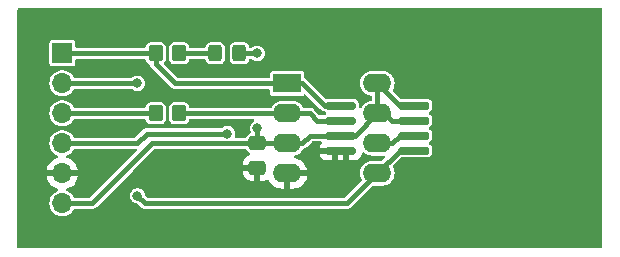
<source format=gtl>
G04 #@! TF.GenerationSoftware,KiCad,Pcbnew,7.0.1*
G04 #@! TF.CreationDate,2023-03-31T23:09:54+02:00*
G04 #@! TF.ProjectId,PMOD SPI Memory,504d4f44-2053-4504-9920-4d656d6f7279,V1.0*
G04 #@! TF.SameCoordinates,Original*
G04 #@! TF.FileFunction,Copper,L1,Top*
G04 #@! TF.FilePolarity,Positive*
%FSLAX46Y46*%
G04 Gerber Fmt 4.6, Leading zero omitted, Abs format (unit mm)*
G04 Created by KiCad (PCBNEW 7.0.1) date 2023-03-31 23:09:54*
%MOMM*%
%LPD*%
G01*
G04 APERTURE LIST*
G04 Aperture macros list*
%AMRoundRect*
0 Rectangle with rounded corners*
0 $1 Rounding radius*
0 $2 $3 $4 $5 $6 $7 $8 $9 X,Y pos of 4 corners*
0 Add a 4 corners polygon primitive as box body*
4,1,4,$2,$3,$4,$5,$6,$7,$8,$9,$2,$3,0*
0 Add four circle primitives for the rounded corners*
1,1,$1+$1,$2,$3*
1,1,$1+$1,$4,$5*
1,1,$1+$1,$6,$7*
1,1,$1+$1,$8,$9*
0 Add four rect primitives between the rounded corners*
20,1,$1+$1,$2,$3,$4,$5,0*
20,1,$1+$1,$4,$5,$6,$7,0*
20,1,$1+$1,$6,$7,$8,$9,0*
20,1,$1+$1,$8,$9,$2,$3,0*%
G04 Aperture macros list end*
G04 #@! TA.AperFunction,SMDPad,CuDef*
%ADD10RoundRect,0.150000X-0.650000X-0.150000X0.650000X-0.150000X0.650000X0.150000X-0.650000X0.150000X0*%
G04 #@! TD*
G04 #@! TA.AperFunction,SMDPad,CuDef*
%ADD11RoundRect,0.150000X-0.675000X-0.150000X0.675000X-0.150000X0.675000X0.150000X-0.675000X0.150000X0*%
G04 #@! TD*
G04 #@! TA.AperFunction,ComponentPad*
%ADD12O,2.400000X1.600000*%
G04 #@! TD*
G04 #@! TA.AperFunction,ComponentPad*
%ADD13R,2.400000X1.600000*%
G04 #@! TD*
G04 #@! TA.AperFunction,SMDPad,CuDef*
%ADD14RoundRect,0.250000X-0.350000X-0.450000X0.350000X-0.450000X0.350000X0.450000X-0.350000X0.450000X0*%
G04 #@! TD*
G04 #@! TA.AperFunction,SMDPad,CuDef*
%ADD15RoundRect,0.250000X-0.475000X0.337500X-0.475000X-0.337500X0.475000X-0.337500X0.475000X0.337500X0*%
G04 #@! TD*
G04 #@! TA.AperFunction,ComponentPad*
%ADD16R,1.700000X1.700000*%
G04 #@! TD*
G04 #@! TA.AperFunction,ComponentPad*
%ADD17O,1.700000X1.700000*%
G04 #@! TD*
G04 #@! TA.AperFunction,SMDPad,CuDef*
%ADD18RoundRect,0.250000X-0.325000X-0.450000X0.325000X-0.450000X0.325000X0.450000X-0.325000X0.450000X0*%
G04 #@! TD*
G04 #@! TA.AperFunction,SMDPad,CuDef*
%ADD19RoundRect,0.250000X0.350000X0.450000X-0.350000X0.450000X-0.350000X-0.450000X0.350000X-0.450000X0*%
G04 #@! TD*
G04 #@! TA.AperFunction,ViaPad*
%ADD20C,0.800000*%
G04 #@! TD*
G04 #@! TA.AperFunction,Conductor*
%ADD21C,0.440000*%
G04 #@! TD*
G04 APERTURE END LIST*
D10*
X131876800Y-106045000D03*
D11*
X130895000Y-106045000D03*
D12*
X128270000Y-104140000D03*
D10*
X131876800Y-107315000D03*
D11*
X130895000Y-107315000D03*
D12*
X128270000Y-106680000D03*
D10*
X131876800Y-108585000D03*
D11*
X130895000Y-108585000D03*
D12*
X128270000Y-109220000D03*
D10*
X131876800Y-109855000D03*
D11*
X130895000Y-109855000D03*
D12*
X128270000Y-111760000D03*
D11*
X125645000Y-109855000D03*
D10*
X124676800Y-109855000D03*
D12*
X120650000Y-111760000D03*
D11*
X125645000Y-108585000D03*
D10*
X124676800Y-108585000D03*
D12*
X120650000Y-109220000D03*
D11*
X125645000Y-107315000D03*
D10*
X124676800Y-107315000D03*
D12*
X120650000Y-106680000D03*
D11*
X125645000Y-106045000D03*
D10*
X124676800Y-106045000D03*
D13*
X120650000Y-104140000D03*
D14*
X109490000Y-106680000D03*
X111490000Y-106680000D03*
D15*
X118110000Y-111295000D03*
X118110000Y-109220000D03*
D16*
X101600000Y-101600000D03*
D17*
X101600000Y-104140000D03*
X101600000Y-106680000D03*
X101600000Y-109220000D03*
X101600000Y-111760000D03*
X101600000Y-114300000D03*
D18*
X114545000Y-101600000D03*
X116595000Y-101600000D03*
D19*
X109490000Y-101600000D03*
X111490000Y-101600000D03*
D20*
X115570000Y-108400500D03*
X118110000Y-107950000D03*
X118110000Y-101600000D03*
X107950000Y-104140000D03*
X107950000Y-113665000D03*
D21*
X125730000Y-114300000D02*
X128270000Y-111760000D01*
X108585000Y-114300000D02*
X125730000Y-114300000D01*
X107950000Y-113665000D02*
X108585000Y-114300000D01*
X118110000Y-107950000D02*
X118110000Y-109220000D01*
X111125000Y-104140000D02*
X120650000Y-104140000D01*
X111490000Y-106680000D02*
X120650000Y-106680000D01*
X116595000Y-101600000D02*
X118110000Y-101600000D01*
X109220000Y-109220000D02*
X118110000Y-109220000D01*
X107950000Y-109220000D02*
X101600000Y-109220000D01*
X108769500Y-108400500D02*
X107950000Y-109220000D01*
X115570000Y-108400500D02*
X108769500Y-108400500D01*
X101600000Y-114300000D02*
X104140000Y-114300000D01*
X104140000Y-114300000D02*
X109220000Y-109220000D01*
X111125000Y-104140000D02*
X109490000Y-102505000D01*
X109490000Y-102505000D02*
X109490000Y-101600000D01*
X101600000Y-101600000D02*
X109490000Y-101600000D01*
X128270000Y-104140000D02*
X128270000Y-106680000D01*
X107950000Y-104140000D02*
X101600000Y-104140000D01*
X130175000Y-106045000D02*
X130895000Y-106045000D01*
X128270000Y-104140000D02*
X130175000Y-106045000D01*
X129540000Y-107315000D02*
X130895000Y-107315000D01*
X128905000Y-106680000D02*
X129540000Y-107315000D01*
X128270000Y-106680000D02*
X128905000Y-106680000D01*
X130175000Y-108585000D02*
X129540000Y-109220000D01*
X129540000Y-109220000D02*
X128270000Y-109220000D01*
X130895000Y-108585000D02*
X130175000Y-108585000D01*
X130175000Y-109855000D02*
X130895000Y-109855000D01*
X128270000Y-111760000D02*
X130175000Y-109855000D01*
X121920000Y-104140000D02*
X123825000Y-106045000D01*
X123825000Y-106045000D02*
X124676800Y-106045000D01*
X120650000Y-104140000D02*
X121920000Y-104140000D01*
X123190000Y-107315000D02*
X124676800Y-107315000D01*
X122555000Y-106680000D02*
X123190000Y-107315000D01*
X120650000Y-106680000D02*
X122555000Y-106680000D01*
X125645000Y-108585000D02*
X126365000Y-108585000D01*
X126365000Y-108585000D02*
X128270000Y-106680000D01*
X122555000Y-108585000D02*
X124676800Y-108585000D01*
X121920000Y-109220000D02*
X122555000Y-108585000D01*
X120650000Y-109220000D02*
X121920000Y-109220000D01*
X118110000Y-109220000D02*
X120650000Y-109220000D01*
X111490000Y-101600000D02*
X114545000Y-101600000D01*
X101600000Y-106680000D02*
X109490000Y-106680000D01*
G04 #@! TA.AperFunction,Conductor*
G36*
X147257500Y-97807113D02*
G01*
X147302887Y-97852500D01*
X147319500Y-97914500D01*
X147319500Y-117985500D01*
X147302887Y-118047500D01*
X147257500Y-118092887D01*
X147195500Y-118109500D01*
X97914500Y-118109500D01*
X97852500Y-118092887D01*
X97807113Y-118047500D01*
X97790500Y-117985500D01*
X97790500Y-112010000D01*
X100269364Y-112010000D01*
X100326569Y-112223492D01*
X100426399Y-112437576D01*
X100561893Y-112631081D01*
X100728918Y-112798106D01*
X100922423Y-112933600D01*
X101136508Y-113033430D01*
X101175584Y-113043901D01*
X101229261Y-113074125D01*
X101261771Y-113126449D01*
X101265090Y-113187961D01*
X101238399Y-113243479D01*
X101188285Y-113279303D01*
X101107360Y-113310653D01*
X100933958Y-113418018D01*
X100783236Y-113555419D01*
X100660324Y-113718181D01*
X100569418Y-113900748D01*
X100513602Y-114096916D01*
X100494785Y-114299999D01*
X100513602Y-114503083D01*
X100569418Y-114699251D01*
X100660324Y-114881818D01*
X100783236Y-115044580D01*
X100933958Y-115181981D01*
X101107361Y-115289347D01*
X101107363Y-115289348D01*
X101297544Y-115363024D01*
X101498024Y-115400500D01*
X101701974Y-115400500D01*
X101701976Y-115400500D01*
X101902456Y-115363024D01*
X102092637Y-115289348D01*
X102266041Y-115181981D01*
X102416764Y-115044579D01*
X102539673Y-114881821D01*
X102539673Y-114881819D01*
X102539675Y-114881818D01*
X102560882Y-114839229D01*
X102606604Y-114789073D01*
X102671882Y-114770500D01*
X104076091Y-114770500D01*
X104102448Y-114773333D01*
X104106090Y-114774126D01*
X104106090Y-114774125D01*
X104106091Y-114774126D01*
X104152374Y-114770816D01*
X104161220Y-114770500D01*
X104173644Y-114770500D01*
X104173648Y-114770500D01*
X104185964Y-114768728D01*
X104194746Y-114767784D01*
X104241041Y-114764475D01*
X104244541Y-114763169D01*
X104270225Y-114756613D01*
X104273918Y-114756083D01*
X104316144Y-114736797D01*
X104324292Y-114733422D01*
X104367805Y-114717194D01*
X104370789Y-114714959D01*
X104393595Y-114701429D01*
X104393773Y-114701347D01*
X104396987Y-114699880D01*
X104432087Y-114669464D01*
X104438950Y-114663934D01*
X104448901Y-114656486D01*
X104457680Y-114647705D01*
X104464143Y-114641687D01*
X104499236Y-114611280D01*
X104501251Y-114608143D01*
X104517885Y-114587500D01*
X107560386Y-111545000D01*
X116885001Y-111545000D01*
X116885001Y-111682479D01*
X116895493Y-111785195D01*
X116950642Y-111951622D01*
X117042683Y-112100845D01*
X117166654Y-112224816D01*
X117315877Y-112316857D01*
X117482303Y-112372006D01*
X117585021Y-112382500D01*
X117860000Y-112382500D01*
X117860000Y-111545000D01*
X116885001Y-111545000D01*
X107560386Y-111545000D01*
X109378568Y-109726819D01*
X109418797Y-109699939D01*
X109466250Y-109690500D01*
X117064331Y-109690500D01*
X117113143Y-109700512D01*
X117154074Y-109728930D01*
X117180512Y-109771164D01*
X117191204Y-109799831D01*
X117277454Y-109915046D01*
X117392669Y-110001296D01*
X117412470Y-110008681D01*
X117462289Y-110043018D01*
X117489929Y-110096841D01*
X117488809Y-110157336D01*
X117459197Y-110210099D01*
X117408141Y-110242569D01*
X117315877Y-110273142D01*
X117166654Y-110365183D01*
X117042683Y-110489154D01*
X116950642Y-110638377D01*
X116895493Y-110804803D01*
X116885000Y-110907521D01*
X116885000Y-111045000D01*
X118236000Y-111045000D01*
X118298000Y-111061613D01*
X118343387Y-111107000D01*
X118360000Y-111169000D01*
X118360000Y-112382499D01*
X118634979Y-112382499D01*
X118737695Y-112372006D01*
X118904120Y-112316858D01*
X118918447Y-112308021D01*
X118984747Y-112289563D01*
X119050678Y-112309300D01*
X119095930Y-112361152D01*
X119119865Y-112412480D01*
X119250341Y-112598819D01*
X119411180Y-112759658D01*
X119597519Y-112890134D01*
X119803673Y-112986266D01*
X120023397Y-113045141D01*
X120193235Y-113060000D01*
X120400000Y-113060000D01*
X120400000Y-112010000D01*
X120900000Y-112010000D01*
X120900000Y-113060000D01*
X121106765Y-113060000D01*
X121276602Y-113045141D01*
X121496326Y-112986266D01*
X121702480Y-112890134D01*
X121888819Y-112759658D01*
X122049658Y-112598819D01*
X122180134Y-112412480D01*
X122276266Y-112206326D01*
X122328872Y-112010000D01*
X120900000Y-112010000D01*
X120400000Y-112010000D01*
X120400000Y-111634000D01*
X120416613Y-111572000D01*
X120462000Y-111526613D01*
X120524000Y-111510000D01*
X122328872Y-111510000D01*
X122328871Y-111509999D01*
X122276266Y-111313673D01*
X122180134Y-111107519D01*
X122049658Y-110921180D01*
X121888819Y-110760341D01*
X121702480Y-110629865D01*
X121496326Y-110533733D01*
X121300742Y-110481326D01*
X121245730Y-110449804D01*
X121213491Y-110395209D01*
X121212454Y-110331815D01*
X121242890Y-110276195D01*
X121296837Y-110242892D01*
X121453954Y-110195232D01*
X121622765Y-110105000D01*
X123379504Y-110105000D01*
X123379700Y-110107488D01*
X123425519Y-110265200D01*
X123509117Y-110406557D01*
X123625242Y-110522682D01*
X123766602Y-110606282D01*
X123924306Y-110652099D01*
X123961161Y-110655000D01*
X124426800Y-110655000D01*
X124426800Y-110105000D01*
X123379504Y-110105000D01*
X121622765Y-110105000D01*
X121636450Y-110097685D01*
X121796410Y-109966410D01*
X121927685Y-109806450D01*
X121963075Y-109740239D01*
X122001259Y-109697155D01*
X122050305Y-109677732D01*
X122053914Y-109676083D01*
X122053918Y-109676083D01*
X122096144Y-109656797D01*
X122104292Y-109653422D01*
X122147805Y-109637194D01*
X122150789Y-109634959D01*
X122173595Y-109621429D01*
X122173773Y-109621347D01*
X122176987Y-109619880D01*
X122212087Y-109589464D01*
X122218950Y-109583934D01*
X122228901Y-109576486D01*
X122237680Y-109567705D01*
X122244143Y-109561687D01*
X122279236Y-109531280D01*
X122281251Y-109528143D01*
X122297881Y-109507504D01*
X122713571Y-109091816D01*
X122753797Y-109064939D01*
X122801250Y-109055500D01*
X123457698Y-109055500D01*
X123513993Y-109069015D01*
X123558016Y-109106615D01*
X123580171Y-109160102D01*
X123575629Y-109217818D01*
X123545379Y-109267181D01*
X123509117Y-109303442D01*
X123425519Y-109444799D01*
X123379700Y-109602511D01*
X123379504Y-109604999D01*
X123379505Y-109605000D01*
X124802800Y-109605000D01*
X124864800Y-109621613D01*
X124910187Y-109667000D01*
X124926800Y-109729000D01*
X124926800Y-110655000D01*
X125395000Y-110655000D01*
X125395000Y-109729000D01*
X125411613Y-109667000D01*
X125457000Y-109621613D01*
X125519000Y-109605000D01*
X125771000Y-109605000D01*
X125833000Y-109621613D01*
X125878387Y-109667000D01*
X125895000Y-109729000D01*
X125895000Y-110655000D01*
X126385639Y-110655000D01*
X126422493Y-110652099D01*
X126580197Y-110606282D01*
X126721557Y-110522682D01*
X126837682Y-110406557D01*
X126921282Y-110265197D01*
X126967099Y-110107493D01*
X126968384Y-110091170D01*
X126991327Y-110028507D01*
X127043426Y-109986809D01*
X127109594Y-109978152D01*
X127170665Y-110005043D01*
X127283550Y-110097685D01*
X127466046Y-110195232D01*
X127664066Y-110255300D01*
X127818392Y-110270500D01*
X128721606Y-110270500D01*
X128721608Y-110270500D01*
X128789923Y-110263771D01*
X128849527Y-110272613D01*
X128897928Y-110308509D01*
X128923692Y-110362982D01*
X128920736Y-110423169D01*
X128889756Y-110474855D01*
X128691429Y-110673183D01*
X128651204Y-110700061D01*
X128603751Y-110709500D01*
X127818392Y-110709500D01*
X127803192Y-110710996D01*
X127664067Y-110724699D01*
X127466043Y-110784769D01*
X127283551Y-110882314D01*
X127123589Y-111013589D01*
X126992314Y-111173551D01*
X126894769Y-111356043D01*
X126834699Y-111554067D01*
X126814417Y-111759999D01*
X126834699Y-111965932D01*
X126894769Y-112163956D01*
X126957966Y-112282188D01*
X126972342Y-112332531D01*
X126964660Y-112384320D01*
X126936289Y-112428322D01*
X125571432Y-113793181D01*
X125531204Y-113820061D01*
X125483751Y-113829500D01*
X108831250Y-113829500D01*
X108783798Y-113820061D01*
X108743571Y-113793183D01*
X108634134Y-113683746D01*
X108610331Y-113650352D01*
X108598722Y-113611014D01*
X108586237Y-113508182D01*
X108530220Y-113360477D01*
X108474190Y-113279303D01*
X108440484Y-113230471D01*
X108440483Y-113230470D01*
X108322240Y-113125717D01*
X108308994Y-113118765D01*
X108182364Y-113052303D01*
X108028985Y-113014500D01*
X107871015Y-113014500D01*
X107717635Y-113052303D01*
X107577761Y-113125716D01*
X107459515Y-113230471D01*
X107369780Y-113360476D01*
X107313763Y-113508181D01*
X107294721Y-113665000D01*
X107313763Y-113821818D01*
X107369780Y-113969523D01*
X107459515Y-114099528D01*
X107459516Y-114099529D01*
X107459517Y-114099530D01*
X107577760Y-114204283D01*
X107717635Y-114277696D01*
X107871015Y-114315500D01*
X107883750Y-114315500D01*
X107931203Y-114324939D01*
X107971431Y-114351819D01*
X108207113Y-114587501D01*
X108223745Y-114608138D01*
X108225764Y-114611280D01*
X108260836Y-114641670D01*
X108267317Y-114647705D01*
X108276094Y-114656483D01*
X108276097Y-114656485D01*
X108276099Y-114656487D01*
X108286056Y-114663940D01*
X108292934Y-114669484D01*
X108328013Y-114699880D01*
X108331409Y-114701430D01*
X108354202Y-114714953D01*
X108357195Y-114717194D01*
X108400684Y-114733414D01*
X108408850Y-114736796D01*
X108451082Y-114756083D01*
X108454778Y-114756614D01*
X108480459Y-114763169D01*
X108483960Y-114764475D01*
X108530262Y-114767786D01*
X108539058Y-114768732D01*
X108551352Y-114770500D01*
X108563771Y-114770500D01*
X108572616Y-114770815D01*
X108618910Y-114774127D01*
X108622561Y-114773333D01*
X108648916Y-114770500D01*
X125666091Y-114770500D01*
X125692448Y-114773333D01*
X125696090Y-114774126D01*
X125696090Y-114774125D01*
X125696091Y-114774126D01*
X125742374Y-114770816D01*
X125751220Y-114770500D01*
X125763644Y-114770500D01*
X125763648Y-114770500D01*
X125775964Y-114768728D01*
X125784746Y-114767784D01*
X125831041Y-114764475D01*
X125834541Y-114763169D01*
X125860225Y-114756613D01*
X125863918Y-114756083D01*
X125906144Y-114736797D01*
X125914292Y-114733422D01*
X125957805Y-114717194D01*
X125960789Y-114714959D01*
X125983595Y-114701429D01*
X125983773Y-114701347D01*
X125986987Y-114699880D01*
X126022087Y-114669464D01*
X126028950Y-114663934D01*
X126038901Y-114656486D01*
X126047680Y-114647705D01*
X126054143Y-114641687D01*
X126089236Y-114611280D01*
X126091251Y-114608143D01*
X126107885Y-114587500D01*
X127848567Y-112846819D01*
X127888796Y-112819939D01*
X127936249Y-112810500D01*
X128721607Y-112810500D01*
X128721608Y-112810500D01*
X128875934Y-112795300D01*
X129073954Y-112735232D01*
X129256450Y-112637685D01*
X129416410Y-112506410D01*
X129547685Y-112346450D01*
X129645232Y-112163954D01*
X129705300Y-111965934D01*
X129725583Y-111760000D01*
X129705300Y-111554066D01*
X129645232Y-111356046D01*
X129582033Y-111237810D01*
X129567657Y-111187467D01*
X129575339Y-111135678D01*
X129603708Y-111091678D01*
X130253568Y-110441817D01*
X130293796Y-110414938D01*
X130341249Y-110405499D01*
X131195276Y-110405499D01*
X131195281Y-110405500D01*
X132558318Y-110405499D01*
X132652104Y-110390646D01*
X132765142Y-110333050D01*
X132854850Y-110243342D01*
X132912446Y-110130304D01*
X132927300Y-110036519D01*
X132927299Y-109673482D01*
X132912446Y-109579696D01*
X132875657Y-109507494D01*
X132854850Y-109466657D01*
X132765143Y-109376950D01*
X132673949Y-109330484D01*
X132624516Y-109284788D01*
X132606244Y-109219998D01*
X132624517Y-109155208D01*
X132673947Y-109109515D01*
X132765142Y-109063050D01*
X132854850Y-108973342D01*
X132912446Y-108860304D01*
X132927300Y-108766519D01*
X132927299Y-108403482D01*
X132912446Y-108309696D01*
X132875567Y-108237317D01*
X132854850Y-108196657D01*
X132765143Y-108106950D01*
X132673949Y-108060484D01*
X132624516Y-108014788D01*
X132606244Y-107949998D01*
X132624517Y-107885208D01*
X132673947Y-107839515D01*
X132765142Y-107793050D01*
X132854850Y-107703342D01*
X132912446Y-107590304D01*
X132927300Y-107496519D01*
X132927299Y-107133482D01*
X132912446Y-107039696D01*
X132884765Y-106985370D01*
X132854850Y-106926657D01*
X132765143Y-106836950D01*
X132673949Y-106790484D01*
X132624516Y-106744788D01*
X132606244Y-106679998D01*
X132624517Y-106615208D01*
X132673947Y-106569515D01*
X132765142Y-106523050D01*
X132854850Y-106433342D01*
X132912446Y-106320304D01*
X132927300Y-106226519D01*
X132927299Y-105863482D01*
X132912446Y-105769696D01*
X132872171Y-105690652D01*
X132854850Y-105656657D01*
X132765143Y-105566950D01*
X132652102Y-105509353D01*
X132558321Y-105494500D01*
X132558319Y-105494500D01*
X131601523Y-105494500D01*
X131601519Y-105494500D01*
X130341250Y-105494500D01*
X130293797Y-105485061D01*
X130253569Y-105458181D01*
X129603710Y-104808322D01*
X129575339Y-104764320D01*
X129567657Y-104712530D01*
X129582031Y-104662193D01*
X129645232Y-104543954D01*
X129705300Y-104345934D01*
X129725583Y-104140000D01*
X129705300Y-103934066D01*
X129645232Y-103736046D01*
X129547685Y-103553550D01*
X129417913Y-103395421D01*
X129416410Y-103393589D01*
X129318952Y-103313609D01*
X129256450Y-103262315D01*
X129073954Y-103164768D01*
X128974943Y-103134733D01*
X128875932Y-103104699D01*
X128738467Y-103091160D01*
X128721608Y-103089500D01*
X127818392Y-103089500D01*
X127803192Y-103090996D01*
X127664067Y-103104699D01*
X127466043Y-103164769D01*
X127283551Y-103262314D01*
X127123589Y-103393589D01*
X126992314Y-103553551D01*
X126894769Y-103736043D01*
X126834699Y-103934067D01*
X126814417Y-104140000D01*
X126834699Y-104345932D01*
X126834700Y-104345934D01*
X126893532Y-104539880D01*
X126894769Y-104543956D01*
X126900650Y-104554959D01*
X126992315Y-104726450D01*
X127023394Y-104764320D01*
X127123589Y-104886410D01*
X127203570Y-104952047D01*
X127283550Y-105017685D01*
X127466046Y-105115232D01*
X127664066Y-105175300D01*
X127687653Y-105177623D01*
X127744390Y-105197923D01*
X127784858Y-105242573D01*
X127799500Y-105301026D01*
X127799500Y-105518974D01*
X127784858Y-105577427D01*
X127744390Y-105622077D01*
X127687653Y-105642376D01*
X127685256Y-105642612D01*
X127664067Y-105644699D01*
X127466043Y-105704769D01*
X127283551Y-105802314D01*
X127123589Y-105933589D01*
X126992316Y-106093548D01*
X126953857Y-106165499D01*
X126909288Y-106212772D01*
X126846933Y-106231020D01*
X126783909Y-106215233D01*
X126737520Y-106169745D01*
X126720499Y-106107046D01*
X126720499Y-105863482D01*
X126705646Y-105769696D01*
X126665371Y-105690652D01*
X126648050Y-105656657D01*
X126558343Y-105566950D01*
X126445302Y-105509353D01*
X126351521Y-105494500D01*
X126351519Y-105494500D01*
X125358323Y-105494500D01*
X125358319Y-105494500D01*
X123991250Y-105494500D01*
X123943797Y-105485061D01*
X123903569Y-105458181D01*
X122297888Y-103852501D01*
X122281254Y-103831860D01*
X122279236Y-103828720D01*
X122244154Y-103798321D01*
X122237674Y-103792287D01*
X122228904Y-103783517D01*
X122228901Y-103783514D01*
X122218951Y-103776065D01*
X122212070Y-103770520D01*
X122176987Y-103740120D01*
X122173585Y-103738566D01*
X122150705Y-103724977D01*
X122150099Y-103724523D01*
X122113591Y-103680778D01*
X122100500Y-103625324D01*
X122100500Y-103315325D01*
X122089101Y-103258019D01*
X122085966Y-103242260D01*
X122030601Y-103159399D01*
X121947740Y-103104034D01*
X121947739Y-103104033D01*
X121947738Y-103104033D01*
X121874675Y-103089500D01*
X121874674Y-103089500D01*
X119425326Y-103089500D01*
X119425325Y-103089500D01*
X119352261Y-103104033D01*
X119269399Y-103159399D01*
X119214033Y-103242261D01*
X119199500Y-103315325D01*
X119199500Y-103545500D01*
X119182887Y-103607500D01*
X119137500Y-103652887D01*
X119075500Y-103669500D01*
X111371249Y-103669500D01*
X111323796Y-103660061D01*
X111283568Y-103633181D01*
X110213752Y-102563365D01*
X110183321Y-102513440D01*
X110179150Y-102455120D01*
X110202164Y-102401376D01*
X110283796Y-102292331D01*
X110334091Y-102157483D01*
X110340500Y-102097873D01*
X110340500Y-102097869D01*
X110639500Y-102097869D01*
X110645230Y-102151167D01*
X110645909Y-102157483D01*
X110696204Y-102292331D01*
X110782454Y-102407546D01*
X110897669Y-102493796D01*
X111032517Y-102544091D01*
X111092127Y-102550500D01*
X111887872Y-102550499D01*
X111947483Y-102544091D01*
X112082331Y-102493796D01*
X112197546Y-102407546D01*
X112283796Y-102292331D01*
X112334091Y-102157483D01*
X112334090Y-102157483D01*
X112336447Y-102151167D01*
X112362886Y-102108930D01*
X112403816Y-102080512D01*
X112452629Y-102070500D01*
X113607371Y-102070500D01*
X113656184Y-102080512D01*
X113697114Y-102108930D01*
X113723553Y-102151167D01*
X113725909Y-102157483D01*
X113776204Y-102292331D01*
X113862454Y-102407546D01*
X113977669Y-102493796D01*
X114112517Y-102544091D01*
X114172127Y-102550500D01*
X114917872Y-102550499D01*
X114977483Y-102544091D01*
X115112331Y-102493796D01*
X115227546Y-102407546D01*
X115313796Y-102292331D01*
X115364091Y-102157483D01*
X115370500Y-102097873D01*
X115370500Y-102097869D01*
X115769500Y-102097869D01*
X115775230Y-102151167D01*
X115775909Y-102157483D01*
X115826204Y-102292331D01*
X115912454Y-102407546D01*
X116027669Y-102493796D01*
X116162517Y-102544091D01*
X116222127Y-102550500D01*
X116967872Y-102550499D01*
X117027483Y-102544091D01*
X117162331Y-102493796D01*
X117277546Y-102407546D01*
X117363796Y-102292331D01*
X117414091Y-102157483D01*
X117414090Y-102157483D01*
X117416447Y-102151167D01*
X117442886Y-102108930D01*
X117483816Y-102080512D01*
X117532629Y-102070500D01*
X117613092Y-102070500D01*
X117657062Y-102078558D01*
X117695317Y-102101683D01*
X117727456Y-102130154D01*
X117737760Y-102139283D01*
X117877635Y-102212696D01*
X118031015Y-102250500D01*
X118188985Y-102250500D01*
X118342365Y-102212696D01*
X118482240Y-102139283D01*
X118600483Y-102034530D01*
X118690220Y-101904523D01*
X118746237Y-101756818D01*
X118765278Y-101600000D01*
X118746237Y-101443182D01*
X118690220Y-101295477D01*
X118600483Y-101165470D01*
X118482240Y-101060717D01*
X118447561Y-101042516D01*
X118342364Y-100987303D01*
X118188985Y-100949500D01*
X118031015Y-100949500D01*
X117877635Y-100987303D01*
X117737758Y-101060718D01*
X117695317Y-101098317D01*
X117657062Y-101121442D01*
X117613092Y-101129500D01*
X117532629Y-101129500D01*
X117483816Y-101119488D01*
X117442886Y-101091070D01*
X117416447Y-101048833D01*
X117404713Y-101017374D01*
X117363796Y-100907669D01*
X117277546Y-100792454D01*
X117162331Y-100706204D01*
X117027483Y-100655909D01*
X116967873Y-100649500D01*
X116967869Y-100649500D01*
X116222130Y-100649500D01*
X116162515Y-100655909D01*
X116027669Y-100706204D01*
X115912454Y-100792454D01*
X115826204Y-100907668D01*
X115775909Y-101042516D01*
X115769500Y-101102130D01*
X115769500Y-102097869D01*
X115370500Y-102097869D01*
X115370499Y-101102128D01*
X115364091Y-101042517D01*
X115313796Y-100907669D01*
X115227546Y-100792454D01*
X115112331Y-100706204D01*
X114977483Y-100655909D01*
X114917873Y-100649500D01*
X114917869Y-100649500D01*
X114172130Y-100649500D01*
X114112515Y-100655909D01*
X113977669Y-100706204D01*
X113862454Y-100792454D01*
X113776204Y-100907669D01*
X113723553Y-101048833D01*
X113697114Y-101091070D01*
X113656184Y-101119488D01*
X113607371Y-101129500D01*
X112452629Y-101129500D01*
X112403816Y-101119488D01*
X112362886Y-101091070D01*
X112336447Y-101048833D01*
X112324713Y-101017374D01*
X112283796Y-100907669D01*
X112197546Y-100792454D01*
X112082331Y-100706204D01*
X111947483Y-100655909D01*
X111887873Y-100649500D01*
X111887869Y-100649500D01*
X111092130Y-100649500D01*
X111032515Y-100655909D01*
X110897669Y-100706204D01*
X110782454Y-100792454D01*
X110696204Y-100907668D01*
X110645909Y-101042516D01*
X110639500Y-101102130D01*
X110639500Y-102097869D01*
X110340500Y-102097869D01*
X110340499Y-101102128D01*
X110334091Y-101042517D01*
X110283796Y-100907669D01*
X110197546Y-100792454D01*
X110082331Y-100706204D01*
X109947483Y-100655909D01*
X109887873Y-100649500D01*
X109887869Y-100649500D01*
X109092130Y-100649500D01*
X109032515Y-100655909D01*
X108897669Y-100706204D01*
X108782454Y-100792454D01*
X108696204Y-100907669D01*
X108643553Y-101048833D01*
X108617114Y-101091070D01*
X108576184Y-101119488D01*
X108527371Y-101129500D01*
X102824500Y-101129500D01*
X102762500Y-101112887D01*
X102717113Y-101067500D01*
X102700500Y-101005500D01*
X102700500Y-100725325D01*
X102685966Y-100652261D01*
X102685966Y-100652260D01*
X102630601Y-100569399D01*
X102547740Y-100514034D01*
X102547739Y-100514033D01*
X102547738Y-100514033D01*
X102474675Y-100499500D01*
X102474674Y-100499500D01*
X100725326Y-100499500D01*
X100725325Y-100499500D01*
X100652261Y-100514033D01*
X100569399Y-100569399D01*
X100514033Y-100652261D01*
X100499500Y-100725325D01*
X100499500Y-102474675D01*
X100514033Y-102547738D01*
X100514033Y-102547739D01*
X100514034Y-102547740D01*
X100569399Y-102630601D01*
X100652260Y-102685966D01*
X100688792Y-102693232D01*
X100725325Y-102700500D01*
X100725326Y-102700500D01*
X102474674Y-102700500D01*
X102474675Y-102700500D01*
X102499029Y-102695655D01*
X102547740Y-102685966D01*
X102630601Y-102630601D01*
X102685966Y-102547740D01*
X102700500Y-102474674D01*
X102700500Y-102194500D01*
X102717113Y-102132500D01*
X102762500Y-102087113D01*
X102824500Y-102070500D01*
X108527371Y-102070500D01*
X108576184Y-102080512D01*
X108617114Y-102108930D01*
X108643553Y-102151167D01*
X108645909Y-102157483D01*
X108696204Y-102292331D01*
X108782454Y-102407546D01*
X108897669Y-102493796D01*
X108946115Y-102511865D01*
X109002045Y-102553731D01*
X109015814Y-102590638D01*
X109019297Y-102589340D01*
X109026832Y-102609545D01*
X109033385Y-102635218D01*
X109033917Y-102638917D01*
X109053196Y-102681132D01*
X109056584Y-102689312D01*
X109072805Y-102732804D01*
X109075043Y-102735794D01*
X109088566Y-102758585D01*
X109090120Y-102761987D01*
X109120520Y-102797070D01*
X109126065Y-102803951D01*
X109133514Y-102813901D01*
X109133516Y-102813903D01*
X109133517Y-102813904D01*
X109142287Y-102822674D01*
X109148321Y-102829154D01*
X109178720Y-102864236D01*
X109181860Y-102866254D01*
X109202501Y-102882888D01*
X110747110Y-104427497D01*
X110763741Y-104448134D01*
X110765762Y-104451279D01*
X110800844Y-104481678D01*
X110807322Y-104487709D01*
X110816098Y-104496485D01*
X110826031Y-104503921D01*
X110832923Y-104509474D01*
X110868013Y-104539880D01*
X110870337Y-104540941D01*
X110871411Y-104541432D01*
X110894207Y-104554957D01*
X110897195Y-104557194D01*
X110940686Y-104573414D01*
X110948855Y-104576799D01*
X110985178Y-104593386D01*
X110991082Y-104596083D01*
X110994776Y-104596614D01*
X111020458Y-104603170D01*
X111023957Y-104604475D01*
X111036232Y-104605352D01*
X111070255Y-104607785D01*
X111079032Y-104608728D01*
X111091352Y-104610500D01*
X111103780Y-104610500D01*
X111112626Y-104610816D01*
X111158908Y-104614126D01*
X111158908Y-104614125D01*
X111158910Y-104614126D01*
X111162551Y-104613333D01*
X111188909Y-104610500D01*
X119075500Y-104610500D01*
X119137500Y-104627113D01*
X119182887Y-104672500D01*
X119199500Y-104734500D01*
X119199500Y-104964675D01*
X119214033Y-105037738D01*
X119214033Y-105037739D01*
X119214034Y-105037740D01*
X119269399Y-105120601D01*
X119352260Y-105175966D01*
X119388793Y-105183233D01*
X119425325Y-105190500D01*
X119425326Y-105190500D01*
X121874674Y-105190500D01*
X121874675Y-105190500D01*
X121899029Y-105185655D01*
X121947740Y-105175966D01*
X122030601Y-105120601D01*
X122030602Y-105120598D01*
X122034411Y-105118054D01*
X122067966Y-105086108D01*
X122119561Y-105069062D01*
X122173490Y-105075713D01*
X122219396Y-105104783D01*
X122844112Y-105729500D01*
X123447113Y-106332501D01*
X123463743Y-106353135D01*
X123465764Y-106356280D01*
X123480120Y-106368720D01*
X123500836Y-106386670D01*
X123507317Y-106392705D01*
X123516094Y-106401483D01*
X123516097Y-106401485D01*
X123516099Y-106401487D01*
X123526056Y-106408940D01*
X123532934Y-106414484D01*
X123568013Y-106444880D01*
X123571409Y-106446430D01*
X123594202Y-106459953D01*
X123597195Y-106462194D01*
X123640684Y-106478414D01*
X123648850Y-106481796D01*
X123691082Y-106501083D01*
X123694778Y-106501614D01*
X123720459Y-106508169D01*
X123723960Y-106509475D01*
X123742933Y-106510831D01*
X123790382Y-106524031D01*
X123879650Y-106569516D01*
X123929083Y-106615211D01*
X123947355Y-106680000D01*
X123929082Y-106744790D01*
X123879650Y-106790485D01*
X123800165Y-106830985D01*
X123743870Y-106844500D01*
X123436250Y-106844500D01*
X123388797Y-106835061D01*
X123348569Y-106808181D01*
X122932888Y-106392501D01*
X122916254Y-106371860D01*
X122914236Y-106368720D01*
X122879154Y-106338321D01*
X122872674Y-106332287D01*
X122863904Y-106323517D01*
X122863903Y-106323516D01*
X122863901Y-106323514D01*
X122853951Y-106316065D01*
X122847070Y-106310520D01*
X122811987Y-106280120D01*
X122811985Y-106280119D01*
X122808585Y-106278566D01*
X122785794Y-106265043D01*
X122782804Y-106262805D01*
X122739312Y-106246584D01*
X122731140Y-106243199D01*
X122688918Y-106223917D01*
X122685216Y-106223384D01*
X122659546Y-106216832D01*
X122656041Y-106215525D01*
X122651958Y-106215233D01*
X122609742Y-106212213D01*
X122600949Y-106211268D01*
X122588648Y-106209500D01*
X122576220Y-106209500D01*
X122567374Y-106209184D01*
X122521091Y-106205873D01*
X122518168Y-106206509D01*
X122517448Y-106206666D01*
X122491091Y-106209500D01*
X122063985Y-106209500D01*
X122000237Y-106191859D01*
X121954627Y-106143954D01*
X121943167Y-106122515D01*
X121927685Y-106093550D01*
X121879736Y-106035124D01*
X121796410Y-105933589D01*
X121694875Y-105850263D01*
X121636450Y-105802315D01*
X121453954Y-105704768D01*
X121295355Y-105656658D01*
X121255932Y-105644699D01*
X121118467Y-105631160D01*
X121101608Y-105629500D01*
X120198392Y-105629500D01*
X120183193Y-105630996D01*
X120044067Y-105644699D01*
X119846043Y-105704769D01*
X119663551Y-105802314D01*
X119503589Y-105933589D01*
X119372315Y-106093549D01*
X119345373Y-106143954D01*
X119299763Y-106191859D01*
X119236015Y-106209500D01*
X112452629Y-106209500D01*
X112403816Y-106199488D01*
X112362886Y-106171070D01*
X112336447Y-106128833D01*
X112323286Y-106093548D01*
X112283796Y-105987669D01*
X112197546Y-105872454D01*
X112082331Y-105786204D01*
X111947483Y-105735909D01*
X111887873Y-105729500D01*
X111887869Y-105729500D01*
X111092130Y-105729500D01*
X111032515Y-105735909D01*
X110897669Y-105786204D01*
X110782454Y-105872454D01*
X110696204Y-105987668D01*
X110645909Y-106122516D01*
X110639500Y-106182130D01*
X110639500Y-107177869D01*
X110645230Y-107231167D01*
X110645909Y-107237483D01*
X110696204Y-107372331D01*
X110782454Y-107487546D01*
X110897669Y-107573796D01*
X111032517Y-107624091D01*
X111092127Y-107630500D01*
X111887872Y-107630499D01*
X111947483Y-107624091D01*
X112082331Y-107573796D01*
X112197546Y-107487546D01*
X112283796Y-107372331D01*
X112334091Y-107237483D01*
X112334090Y-107237483D01*
X112336447Y-107231167D01*
X112362886Y-107188930D01*
X112403816Y-107160512D01*
X112452629Y-107150500D01*
X117730474Y-107150500D01*
X117793337Y-107167616D01*
X117838846Y-107214238D01*
X117854438Y-107277495D01*
X117835809Y-107339926D01*
X117788101Y-107384295D01*
X117767389Y-107395165D01*
X117737761Y-107410716D01*
X117619515Y-107515471D01*
X117529780Y-107645476D01*
X117473763Y-107793181D01*
X117455465Y-107943883D01*
X117454722Y-107950000D01*
X117467584Y-108055926D01*
X117473763Y-108106818D01*
X117529770Y-108254497D01*
X117536186Y-108318583D01*
X117509591Y-108377242D01*
X117457162Y-108414649D01*
X117427949Y-108425545D01*
X117392668Y-108438704D01*
X117277454Y-108524954D01*
X117191204Y-108640169D01*
X117180513Y-108668834D01*
X117154074Y-108711070D01*
X117113143Y-108739488D01*
X117064331Y-108749500D01*
X116312997Y-108749500D01*
X116255371Y-108735297D01*
X116210947Y-108695940D01*
X116189901Y-108640447D01*
X116197055Y-108581529D01*
X116199485Y-108575121D01*
X116206237Y-108557318D01*
X116225278Y-108400500D01*
X116206237Y-108243682D01*
X116150220Y-108095977D01*
X116094181Y-108014790D01*
X116060484Y-107965971D01*
X116036153Y-107944416D01*
X115942240Y-107861217D01*
X115823726Y-107799015D01*
X115802364Y-107787803D01*
X115648985Y-107750000D01*
X115491015Y-107750000D01*
X115337635Y-107787803D01*
X115197758Y-107861218D01*
X115155317Y-107898817D01*
X115117062Y-107921942D01*
X115073092Y-107930000D01*
X108833409Y-107930000D01*
X108807051Y-107927166D01*
X108806124Y-107926964D01*
X108803408Y-107926373D01*
X108757126Y-107929684D01*
X108748280Y-107930000D01*
X108735851Y-107930000D01*
X108723550Y-107931768D01*
X108714757Y-107932713D01*
X108668454Y-107936025D01*
X108664948Y-107937333D01*
X108639288Y-107943883D01*
X108635583Y-107944416D01*
X108593359Y-107963698D01*
X108585188Y-107967083D01*
X108541691Y-107983307D01*
X108538697Y-107985549D01*
X108515921Y-107999063D01*
X108512513Y-108000619D01*
X108477423Y-108031023D01*
X108470545Y-108036566D01*
X108460601Y-108044011D01*
X108451808Y-108052803D01*
X108445341Y-108058823D01*
X108410263Y-108089220D01*
X108408241Y-108092366D01*
X108391612Y-108112999D01*
X107791432Y-108713181D01*
X107751204Y-108740061D01*
X107703751Y-108749500D01*
X102671882Y-108749500D01*
X102606604Y-108730927D01*
X102560882Y-108680771D01*
X102539675Y-108638181D01*
X102416763Y-108475419D01*
X102266041Y-108338018D01*
X102092638Y-108230652D01*
X101902457Y-108156976D01*
X101835629Y-108144483D01*
X101701976Y-108119500D01*
X101498024Y-108119500D01*
X101397784Y-108138237D01*
X101297542Y-108156976D01*
X101107361Y-108230652D01*
X100933958Y-108338018D01*
X100783236Y-108475419D01*
X100660324Y-108638181D01*
X100569418Y-108820748D01*
X100513602Y-109016916D01*
X100494785Y-109219998D01*
X100513602Y-109423083D01*
X100569418Y-109619251D01*
X100660324Y-109801818D01*
X100783236Y-109964580D01*
X100933958Y-110101981D01*
X101107361Y-110209347D01*
X101107363Y-110209348D01*
X101188286Y-110240697D01*
X101238398Y-110276519D01*
X101265089Y-110332037D01*
X101261771Y-110393548D01*
X101229263Y-110445873D01*
X101175586Y-110476097D01*
X101136511Y-110486567D01*
X100922421Y-110586400D01*
X100728921Y-110721890D01*
X100561890Y-110888921D01*
X100426400Y-111082421D01*
X100326569Y-111296507D01*
X100269364Y-111509999D01*
X100269364Y-111510000D01*
X102930636Y-111510000D01*
X102930635Y-111509999D01*
X102873430Y-111296507D01*
X102773599Y-111082421D01*
X102638109Y-110888921D01*
X102471081Y-110721893D01*
X102277576Y-110586399D01*
X102063488Y-110486567D01*
X102024413Y-110476097D01*
X101970736Y-110445873D01*
X101938228Y-110393549D01*
X101934910Y-110332037D01*
X101961601Y-110276519D01*
X102011713Y-110240697D01*
X102092637Y-110209348D01*
X102266041Y-110101981D01*
X102337847Y-110036521D01*
X102416763Y-109964580D01*
X102416764Y-109964579D01*
X102539673Y-109801821D01*
X102539673Y-109801819D01*
X102539675Y-109801818D01*
X102560882Y-109759229D01*
X102606604Y-109709073D01*
X102671882Y-109690500D01*
X107784749Y-109690500D01*
X107841044Y-109704015D01*
X107885067Y-109741615D01*
X107907222Y-109795102D01*
X107902680Y-109852818D01*
X107872430Y-109902181D01*
X103981432Y-113793181D01*
X103941204Y-113820061D01*
X103893751Y-113829500D01*
X102671882Y-113829500D01*
X102606604Y-113810927D01*
X102560882Y-113760771D01*
X102539675Y-113718181D01*
X102416763Y-113555419D01*
X102266041Y-113418018D01*
X102092640Y-113310653D01*
X102073382Y-113303192D01*
X102011712Y-113279301D01*
X101961600Y-113243479D01*
X101934909Y-113187961D01*
X101938228Y-113126449D01*
X101970738Y-113074124D01*
X102024416Y-113043901D01*
X102063490Y-113033431D01*
X102277576Y-112933600D01*
X102471081Y-112798106D01*
X102638106Y-112631081D01*
X102773600Y-112437576D01*
X102873430Y-112223492D01*
X102930636Y-112010000D01*
X100269364Y-112010000D01*
X97790500Y-112010000D01*
X97790500Y-106679998D01*
X100494785Y-106679998D01*
X100513602Y-106883083D01*
X100569418Y-107079251D01*
X100660324Y-107261818D01*
X100783236Y-107424580D01*
X100933958Y-107561981D01*
X101102915Y-107666594D01*
X101107363Y-107669348D01*
X101297544Y-107743024D01*
X101498024Y-107780500D01*
X101701974Y-107780500D01*
X101701976Y-107780500D01*
X101902456Y-107743024D01*
X102092637Y-107669348D01*
X102266041Y-107561981D01*
X102337847Y-107496521D01*
X102416763Y-107424580D01*
X102456220Y-107372331D01*
X102539673Y-107261821D01*
X102539673Y-107261819D01*
X102539675Y-107261818D01*
X102560882Y-107219229D01*
X102606604Y-107169073D01*
X102671882Y-107150500D01*
X108527371Y-107150500D01*
X108576184Y-107160512D01*
X108617114Y-107188930D01*
X108643553Y-107231167D01*
X108645909Y-107237483D01*
X108696204Y-107372331D01*
X108782454Y-107487546D01*
X108897669Y-107573796D01*
X109032517Y-107624091D01*
X109092127Y-107630500D01*
X109887872Y-107630499D01*
X109947483Y-107624091D01*
X110082331Y-107573796D01*
X110197546Y-107487546D01*
X110283796Y-107372331D01*
X110334091Y-107237483D01*
X110340500Y-107177873D01*
X110340499Y-106182128D01*
X110334091Y-106122517D01*
X110283796Y-105987669D01*
X110197546Y-105872454D01*
X110082331Y-105786204D01*
X109947483Y-105735909D01*
X109887873Y-105729500D01*
X109887869Y-105729500D01*
X109092130Y-105729500D01*
X109032515Y-105735909D01*
X108897669Y-105786204D01*
X108782454Y-105872454D01*
X108696204Y-105987669D01*
X108643553Y-106128833D01*
X108617114Y-106171070D01*
X108576184Y-106199488D01*
X108527371Y-106209500D01*
X102671882Y-106209500D01*
X102606604Y-106190927D01*
X102560882Y-106140771D01*
X102539675Y-106098181D01*
X102416763Y-105935419D01*
X102266041Y-105798018D01*
X102092638Y-105690652D01*
X101902457Y-105616976D01*
X101835629Y-105604483D01*
X101701976Y-105579500D01*
X101498024Y-105579500D01*
X101397784Y-105598237D01*
X101297542Y-105616976D01*
X101107361Y-105690652D01*
X100933958Y-105798018D01*
X100783236Y-105935419D01*
X100660324Y-106098181D01*
X100569418Y-106280748D01*
X100513602Y-106476916D01*
X100494785Y-106679998D01*
X97790500Y-106679998D01*
X97790500Y-104140000D01*
X100494785Y-104140000D01*
X100513602Y-104343083D01*
X100569418Y-104539251D01*
X100660324Y-104721818D01*
X100783236Y-104884580D01*
X100933958Y-105021981D01*
X101093234Y-105120600D01*
X101107363Y-105129348D01*
X101297544Y-105203024D01*
X101498024Y-105240500D01*
X101701974Y-105240500D01*
X101701976Y-105240500D01*
X101902456Y-105203024D01*
X102092637Y-105129348D01*
X102266041Y-105021981D01*
X102328904Y-104964674D01*
X102416763Y-104884580D01*
X102416764Y-104884579D01*
X102539673Y-104721821D01*
X102539673Y-104721819D01*
X102539675Y-104721818D01*
X102560882Y-104679229D01*
X102606604Y-104629073D01*
X102671882Y-104610500D01*
X107453092Y-104610500D01*
X107497062Y-104618558D01*
X107535317Y-104641683D01*
X107558462Y-104662187D01*
X107577760Y-104679283D01*
X107717635Y-104752696D01*
X107871015Y-104790500D01*
X108028985Y-104790500D01*
X108182365Y-104752696D01*
X108322240Y-104679283D01*
X108440483Y-104574530D01*
X108530220Y-104444523D01*
X108586237Y-104296818D01*
X108605278Y-104140000D01*
X108586237Y-103983182D01*
X108530220Y-103835477D01*
X108440483Y-103705470D01*
X108322240Y-103600717D01*
X108308994Y-103593765D01*
X108182364Y-103527303D01*
X108028985Y-103489500D01*
X107871015Y-103489500D01*
X107717635Y-103527303D01*
X107577758Y-103600718D01*
X107535317Y-103638317D01*
X107497062Y-103661442D01*
X107453092Y-103669500D01*
X102671882Y-103669500D01*
X102606604Y-103650927D01*
X102560882Y-103600771D01*
X102539675Y-103558181D01*
X102416763Y-103395419D01*
X102266041Y-103258018D01*
X102092638Y-103150652D01*
X101902457Y-103076976D01*
X101835629Y-103064483D01*
X101701976Y-103039500D01*
X101498024Y-103039500D01*
X101397783Y-103058238D01*
X101297542Y-103076976D01*
X101107361Y-103150652D01*
X100933958Y-103258018D01*
X100783236Y-103395419D01*
X100660324Y-103558181D01*
X100569418Y-103740748D01*
X100513602Y-103936916D01*
X100494785Y-104140000D01*
X97790500Y-104140000D01*
X97790500Y-97914500D01*
X97807113Y-97852500D01*
X97852500Y-97807113D01*
X97914500Y-97790500D01*
X147195500Y-97790500D01*
X147257500Y-97807113D01*
G37*
G04 #@! TD.AperFunction*
M02*

</source>
